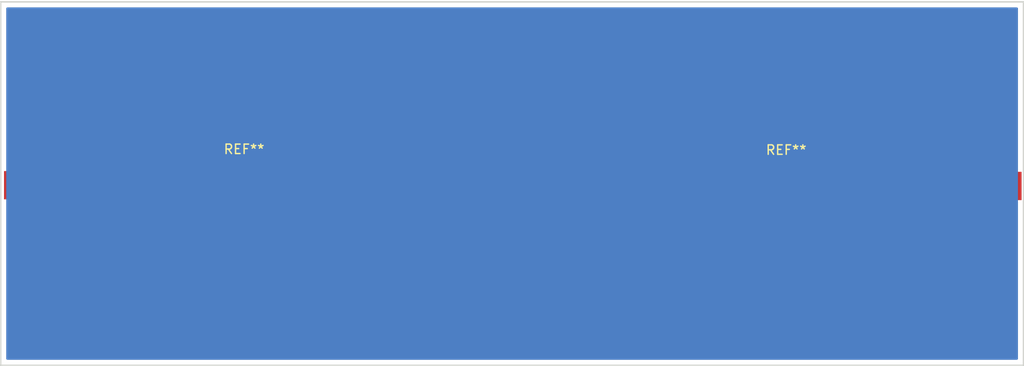
<source format=kicad_pcb>
(kicad_pcb (version 20171130) (host pcbnew "(5.0.2)-1")

  (general
    (thickness 1.6)
    (drawings 4)
    (tracks 0)
    (zones 0)
    (modules 2)
    (nets 1)
  )

  (page A4)
  (layers
    (0 F.Cu signal)
    (31 B.Cu signal)
    (32 B.Adhes user hide)
    (33 F.Adhes user)
    (34 B.Paste user hide)
    (35 F.Paste user)
    (36 B.SilkS user hide)
    (37 F.SilkS user)
    (38 B.Mask user hide)
    (39 F.Mask user)
    (40 Dwgs.User user)
    (41 Cmts.User user)
    (42 Eco1.User user)
    (43 Eco2.User user)
    (44 Edge.Cuts user)
    (45 Margin user)
    (46 B.CrtYd user hide)
    (47 F.CrtYd user)
    (48 B.Fab user hide)
    (49 F.Fab user)
  )

  (setup
    (last_trace_width 0.25)
    (trace_clearance 0.2)
    (zone_clearance 0.508)
    (zone_45_only no)
    (trace_min 0.2)
    (segment_width 0.2)
    (edge_width 0.15)
    (via_size 0.8)
    (via_drill 0.4)
    (via_min_size 0.4)
    (via_min_drill 0.3)
    (uvia_size 0.3)
    (uvia_drill 0.1)
    (uvias_allowed no)
    (uvia_min_size 0.2)
    (uvia_min_drill 0.1)
    (pcb_text_width 0.3)
    (pcb_text_size 1.5 1.5)
    (mod_edge_width 0.15)
    (mod_text_size 1 1)
    (mod_text_width 0.15)
    (pad_size 2.9972 49.8)
    (pad_drill 0)
    (pad_to_mask_clearance 0.051)
    (solder_mask_min_width 0.25)
    (aux_axis_origin 0 0)
    (visible_elements FFFFFF7F)
    (pcbplotparams
      (layerselection 0x010fc_ffffffff)
      (usegerberextensions false)
      (usegerberattributes false)
      (usegerberadvancedattributes false)
      (creategerberjobfile false)
      (excludeedgelayer true)
      (linewidth 0.100000)
      (plotframeref false)
      (viasonmask false)
      (mode 1)
      (useauxorigin false)
      (hpglpennumber 1)
      (hpglpenspeed 20)
      (hpglpendiameter 15.000000)
      (psnegative false)
      (psa4output false)
      (plotreference true)
      (plotvalue true)
      (plotinvisibletext false)
      (padsonsilk false)
      (subtractmaskfromsilk false)
      (outputformat 1)
      (mirror false)
      (drillshape 1)
      (scaleselection 1)
      (outputdirectory ""))
  )

  (net 0 "")

  (net_class Default "This is the default net class."
    (clearance 0.2)
    (trace_width 0.25)
    (via_dia 0.8)
    (via_drill 0.4)
    (uvia_dia 0.3)
    (uvia_drill 0.1)
  )

  (module Wire_Pads:SolderWirePad_single_SMD_5x10mm (layer F.Cu) (tedit 5D1255BA) (tstamp 5D125430)
    (at 120.65 71.12)
    (descr "Wire Pad, Square, SMD Pad,  5mm x 10mm,")
    (tags "MesurementPoint Square SMDPad 5mmx10mm ")
    (attr smd)
    (fp_text reference REF** (at 0 -3.81) (layer F.SilkS)
      (effects (font (size 1 1) (thickness 0.15)))
    )
    (fp_text value SolderWirePad_single_SMD_5x10mm (at 0 6.35) (layer F.Fab)
      (effects (font (size 1 1) (thickness 0.15)))
    )
    (fp_line (start 2.75 -5.25) (end -2.75 -5.25) (layer F.CrtYd) (width 0.05))
    (fp_line (start 2.75 5.25) (end 2.75 -5.25) (layer F.CrtYd) (width 0.05))
    (fp_line (start -2.75 5.25) (end 2.75 5.25) (layer F.CrtYd) (width 0.05))
    (fp_line (start -2.75 -5.25) (end -2.75 5.25) (layer F.CrtYd) (width 0.05))
    (pad 1 smd rect (at 0 0 90) (size 2.9972 50.8) (layers F.Cu F.Paste F.Mask))
  )

  (module Wire_Pads:SolderWirePad_single_SMD_5x10mm (layer F.Cu) (tedit 5D12670F) (tstamp 5D1255C6)
    (at 178 71.2)
    (descr "Wire Pad, Square, SMD Pad,  5mm x 10mm,")
    (tags "MesurementPoint Square SMDPad 5mmx10mm ")
    (attr smd)
    (fp_text reference REF** (at 0 -3.81) (layer F.SilkS)
      (effects (font (size 1 1) (thickness 0.15)))
    )
    (fp_text value SolderWirePad_single_SMD_5x10mm (at 0 6.35) (layer F.Fab)
      (effects (font (size 1 1) (thickness 0.15)))
    )
    (fp_line (start -2.75 -5.25) (end -2.75 5.25) (layer F.CrtYd) (width 0.05))
    (fp_line (start -2.75 5.25) (end 2.75 5.25) (layer F.CrtYd) (width 0.05))
    (fp_line (start 2.75 5.25) (end 2.75 -5.25) (layer F.CrtYd) (width 0.05))
    (fp_line (start 2.75 -5.25) (end -2.75 -5.25) (layer F.CrtYd) (width 0.05))
    (pad 1 smd rect (at 0 0 90) (size 2.9972 49.8) (layers F.Cu F.Paste F.Mask))
  )

  (gr_line (start 94.9 90.2) (end 203.1 90.2) (layer Edge.Cuts) (width 0.15) (tstamp 5D125C70))
  (gr_line (start 94.9 51.7) (end 94.9 90.1) (layer Edge.Cuts) (width 0.15))
  (gr_line (start 203.1 51.7) (end 203.1 90.2) (layer Edge.Cuts) (width 0.15) (tstamp 5D125A21))
  (gr_line (start 94.9 51.7) (end 203.1 51.7) (layer Edge.Cuts) (width 0.15) (tstamp 5D125728))

  (zone (net 0) (net_name "") (layer B.Cu) (tstamp 0) (hatch edge 0.508)
    (connect_pads (clearance 0.508))
    (min_thickness 0.254)
    (fill yes (arc_segments 16) (thermal_gap 0.508) (thermal_bridge_width 0.508))
    (polygon
      (pts
        (xy 94.9 51.7) (xy 203 51.5) (xy 203.1 90.3) (xy 95.1 90.1)
      )
    )
    (filled_polygon
      (pts
        (xy 202.390001 89.49) (xy 95.61 89.49) (xy 95.61 52.41) (xy 202.39 52.41)
      )
    )
  )
)

</source>
